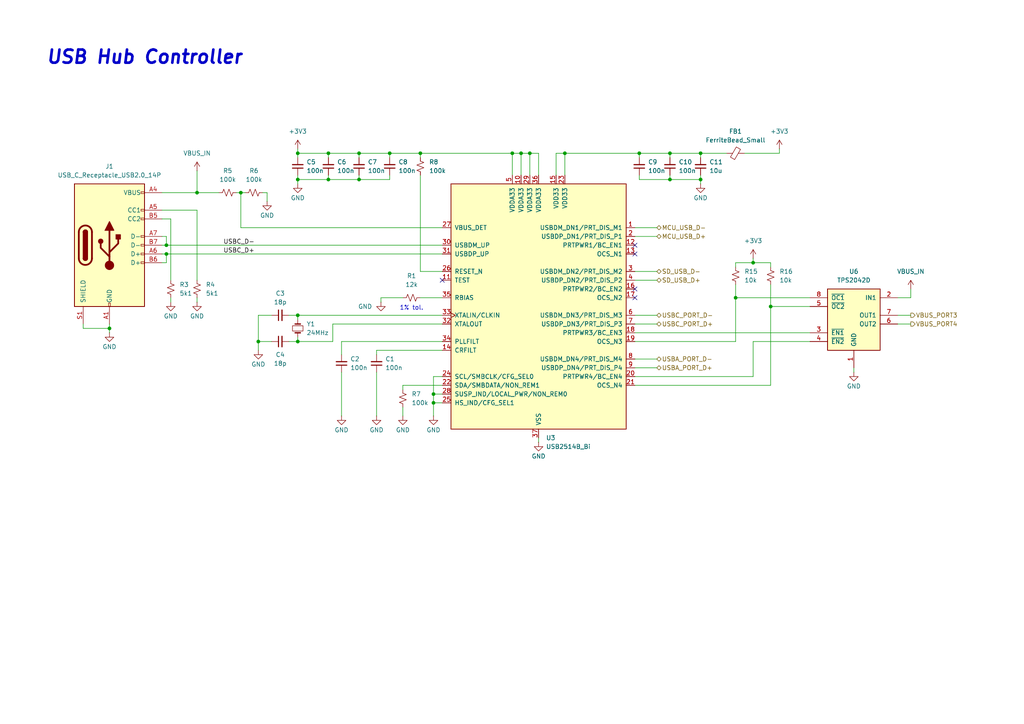
<source format=kicad_sch>
(kicad_sch (version 20250114) (generator "eeschema") (generator_version "9.0")
  (paper "A4")
  (title_block (title "Bluetooth Keypad and USB Hub") (date "2025-12-13") (rev "0") (company "B. Kuhn"))
  (lib_symbols
    (symbol "Connector:USB_C_Receptacle_USB2.0_14P" (pin_names (offset 1.016))
      (property "Reference" "J" (at 0 22.225 0))
      (property "Value" "USB_C_Receptacle_USB2.0_14P" (at 0 19.685 0))
      (symbol "USB_C_Receptacle_USB2.0_14P_0_0"
        (rectangle (start -0.254 -17.78) (end 0.254 -16.764))
        (rectangle (start 10.16 15.494) (end 9.144 14.986))
        (rectangle (start 10.16 10.414) (end 9.144 9.906))
        (rectangle (start 10.16 7.874) (end 9.144 7.366))
        (rectangle (start 10.16 2.794) (end 9.144 2.286))
        (rectangle (start 10.16 0.254) (end 9.144 -0.254))
        (rectangle (start 10.16 -2.286) (end 9.144 -2.794))
        (rectangle (start 10.16 -4.826) (end 9.144 -5.334))
      )
      (symbol "USB_C_Receptacle_USB2.0_14P_0_1"
        (rectangle (start -10.16 17.78) (end 10.16 -17.78) (stroke (width 0.254)) (fill (type background)))
        (polyline (pts (xy -8.89 -3.81) (xy -8.89 3.81)) (stroke (width 0.508)))
        (rectangle (start -7.62 -3.81) (end -6.35 3.81) (stroke (width 0.254)) (fill (type outline)))
        (arc (start -7.62 3.81) (mid -6.985 4.4423) (end -6.35 3.81) (stroke (width 0.254)))
        (arc (start -7.62 3.81) (mid -6.985 4.4423) (end -6.35 3.81) (stroke (width 0.254)) (fill (type outline)))
        (arc (start -8.89 3.81) (mid -6.985 5.7067) (end -5.08 3.81) (stroke (width 0.508)))
        (arc (start -5.08 -3.81) (mid -6.985 -5.7067) (end -8.89 -3.81) (stroke (width 0.508)))
        (arc (start -6.35 -3.81) (mid -6.985 -4.4423) (end -7.62 -3.81) (stroke (width 0.254)))
        (arc (start -6.35 -3.81) (mid -6.985 -4.4423) (end -7.62 -3.81) (stroke (width 0.254)) (fill (type outline)))
        (polyline (pts (xy -5.08 3.81) (xy -5.08 -3.81)) (stroke (width 0.508)))
        (circle (center -2.54 1.143) (radius 0.635) (stroke (width 0.254)) (fill (type outline)))
        (polyline (pts (xy -1.27 4.318) (xy 0 6.858) (xy 1.27 4.318) (xy -1.27 4.318)) (stroke (width 0.254)) (fill (type outline)))
        (polyline (pts (xy 0 -2.032) (xy 2.54 0.508) (xy 2.54 1.778)) (stroke (width 0.508)))
        (polyline (pts (xy 0 -3.302) (xy -2.54 -0.762) (xy -2.54 0.508)) (stroke (width 0.508)))
        (polyline (pts (xy 0 -5.842) (xy 0 4.318)) (stroke (width 0.508)))
        (circle (center 0 -5.842) (radius 1.27) (fill (type outline)))
        (rectangle (start 1.905 1.778) (end 3.175 3.048) (stroke (width 0.254)) (fill (type outline)))
      )
      (symbol "USB_C_Receptacle_USB2.0_14P_1_1"
        (pin passive line (at -7.62 -22.86 90) (length 5.08) (name "SHIELD") (number "S1"))
        (pin passive line (at 0 -22.86 90) (length 5.08) (name "GND") (number "A1"))
        (pin passive line (at 0 -22.86 90) (length 5.08) (hide yes) (name "GND") (number "A12"))
        (pin passive line (at 0 -22.86 90) (length 5.08) (hide yes) (name "GND") (number "B1"))
        (pin passive line (at 0 -22.86 90) (length 5.08) (hide yes) (name "GND") (number "B12"))
        (pin passive line (at 15.24 15.24 180) (length 5.08) (name "VBUS") (number "A4"))
        (pin passive line (at 15.24 15.24 180) (length 5.08) (hide yes) (name "VBUS") (number "A9"))
        (pin passive line (at 15.24 15.24 180) (length 5.08) (hide yes) (name "VBUS") (number "B4"))
        (pin passive line (at 15.24 15.24 180) (length 5.08) (hide yes) (name "VBUS") (number "B9"))
        (pin bidirectional line (at 15.24 10.16 180) (length 5.08) (name "CC1") (number "A5"))
        (pin bidirectional line (at 15.24 7.62 180) (length 5.08) (name "CC2") (number "B5"))
        (pin bidirectional line (at 15.24 2.54 180) (length 5.08) (name "D-") (number "A7"))
        (pin bidirectional line (at 15.24 0 180) (length 5.08) (name "D-") (number "B7"))
        (pin bidirectional line (at 15.24 -2.54 180) (length 5.08) (name "D+") (number "A6"))
        (pin bidirectional line (at 15.24 -5.08 180) (length 5.08) (name "D+") (number "B6"))
      )
    )
    (symbol "Device:C_Small" (pin_numbers (hide yes)) (pin_names (offset 0.254) (hide yes))
      (property "Reference" "C" (at 0.254 1.778 0))
      (property "Value" "C_Small" (at 0.254 -2.032 0))
      (symbol "C_Small_0_1"
        (polyline (pts (xy -1.524 0.508) (xy 1.524 0.508)) (stroke (width 0.3048)))
        (polyline (pts (xy -1.524 -0.508) (xy 1.524 -0.508)) (stroke (width 0.3302)))
      )
      (symbol "C_Small_1_1"
        (pin passive line (at 0 2.54 270) (length 2.032) (name "~") (number "1"))
        (pin passive line (at 0 -2.54 90) (length 2.032) (name "~") (number "2"))
      )
    )
    (symbol "Device:Crystal_Small" (pin_numbers (hide yes)) (pin_names (offset 1.016) (hide yes))
      (property "Reference" "Y" (at 0 2.54 0))
      (property "Value" "Crystal_Small" (at 0 -2.54 0))
      (symbol "Crystal_Small_0_1"
        (polyline (pts (xy -1.27 -0.762) (xy -1.27 0.762)) (stroke (width 0.381)))
        (rectangle (start -0.762 -1.524) (end 0.762 1.524))
        (polyline (pts (xy 1.27 -0.762) (xy 1.27 0.762)) (stroke (width 0.381)))
      )
      (symbol "Crystal_Small_1_1"
        (pin passive line (at -2.54 0 0) (length 1.27) (name "1") (number "1"))
        (pin passive line (at 2.54 0 180) (length 1.27) (name "2") (number "2"))
      )
    )
    (symbol "Device:FerriteBead_Small" (pin_numbers (hide yes)) (pin_names (offset 0))
      (property "Reference" "FB" (at 1.905 1.27 0))
      (property "Value" "FerriteBead_Small" (at 1.905 -1.27 0))
      (symbol "FerriteBead_Small_0_1"
        (polyline (pts (xy -1.8288 0.2794) (xy -1.1176 1.4986) (xy 1.8288 -0.2032) (xy 1.1176 -1.4224) (xy -1.8288 0.2794)))
        (polyline (pts (xy 0 0.889) (xy 0 1.2954)))
        (polyline (pts (xy 0 -1.27) (xy 0 -0.7874)))
      )
      (symbol "FerriteBead_Small_1_1"
        (pin passive line (at 0 2.54 270) (length 1.27) (name "~") (number "1"))
        (pin passive line (at 0 -2.54 90) (length 1.27) (name "~") (number "2"))
      )
    )
    (symbol "Device:R_Small_US" (pin_numbers (hide yes)) (pin_names (offset 0.254) (hide yes))
      (property "Reference" "R" (at 0.762 0.508 0))
      (property "Value" "R_Small_US" (at 0.762 -1.016 0))
      (symbol "R_Small_US_1_1"
        (polyline (pts (xy 0 1.524) (xy 1.016 1.143) (xy 0 0.762) (xy -1.016 0.381) (xy 0 0)))
        (polyline (pts (xy 0 0) (xy 1.016 -0.381) (xy 0 -0.762) (xy -1.016 -1.143) (xy 0 -1.524)))
        (pin passive line (at 0 2.54 270) (length 1.016) (name "~") (number "1"))
        (pin passive line (at 0 -2.54 90) (length 1.016) (name "~") (number "2"))
      )
    )
    (symbol "Interface_USB:USB2514B_Bi" (pin_names (offset 1.016))
      (property "Reference" "U" (at -17.78 40.64 0))
      (property "Value" "USB2514B_Bi" (at -20.32 38.1 0))
      (symbol "USB2514B_Bi_0_1"
        (rectangle (start -25.4 35.56) (end 25.4 -35.56) (stroke (width 0.254)) (fill (type background)))
      )
      (symbol "USB2514B_Bi_1_1"
        (pin input line (at -27.94 22.86 0) (length 2.54) (name "VBUS_DET") (number "27"))
        (pin bidirectional line (at -27.94 17.78 0) (length 2.54) (name "USBDM_UP") (number "30"))
        (pin bidirectional line (at -27.94 15.24 0) (length 2.54) (name "USBDP_UP") (number "31"))
        (pin input line (at -27.94 10.16 0) (length 2.54) (name "RESET_N") (number "26"))
        (pin input line (at -27.94 7.62 0) (length 2.54) (name "TEST") (number "11"))
        (pin input line (at -27.94 2.54 0) (length 2.54) (name "RBIAS") (number "35"))
        (pin input clock (at -27.94 -2.54 0) (length 2.54) (name "XTALIN/CLKIN") (number "33"))
        (pin output line (at -27.94 -5.08 0) (length 2.54) (name "XTALOUT") (number "32"))
        (pin input line (at -27.94 -10.16 0) (length 2.54) (name "PLLFILT") (number "34"))
        (pin input line (at -27.94 -12.7 0) (length 2.54) (name "CRFILT") (number "14"))
        (pin bidirectional line (at -27.94 -20.32 0) (length 2.54) (name "SCL/SMBCLK/CFG_SEL0") (number "24"))
        (pin bidirectional line (at -27.94 -22.86 0) (length 2.54) (name "SDA/SMBDATA/NON_REM1") (number "22"))
        (pin bidirectional line (at -27.94 -25.4 0) (length 2.54) (name "SUSP_IND/LOCAL_PWR/NON_REM0") (number "28"))
        (pin bidirectional line (at -27.94 -27.94 0) (length 2.54) (name "HS_IND/CFG_SEL1") (number "25"))
        (pin power_in line (at -7.62 38.1 270) (length 2.54) (name "VDDA33") (number "5"))
        (pin power_in line (at -5.08 38.1 270) (length 2.54) (name "VDDA33") (number "10"))
        (pin power_in line (at -2.54 38.1 270) (length 2.54) (name "VDDA33") (number "29"))
        (pin power_in line (at 0 38.1 270) (length 2.54) (name "VDDA33") (number "36"))
        (pin power_in line (at 0 -38.1 90) (length 2.54) (name "VSS") (number "37"))
        (pin power_in line (at 5.08 38.1 270) (length 2.54) (name "VDD33") (number "15"))
        (pin power_in line (at 7.62 38.1 270) (length 2.54) (name "VDD33") (number "23"))
        (pin bidirectional line (at 27.94 22.86 180) (length 2.54) (name "USBDM_DN1/PRT_DIS_M1") (number "1"))
        (pin bidirectional line (at 27.94 20.32 180) (length 2.54) (name "USBDP_DN1/PRT_DIS_P1") (number "2"))
        (pin bidirectional line (at 27.94 17.78 180) (length 2.54) (name "PRTPWR1/BC_EN1") (number "12"))
        (pin input line (at 27.94 15.24 180) (length 2.54) (name "OCS_N1") (number "13"))
        (pin bidirectional line (at 27.94 10.16 180) (length 2.54) (name "USBDM_DN2/PRT_DIS_M2") (number "3"))
        (pin bidirectional line (at 27.94 7.62 180) (length 2.54) (name "USBDP_DN2/PRT_DIS_P2") (number "4"))
        (pin bidirectional line (at 27.94 5.08 180) (length 2.54) (name "PRTPWR2/BC_EN2") (number "16"))
        (pin input line (at 27.94 2.54 180) (length 2.54) (name "OCS_N2") (number "17"))
        (pin bidirectional line (at 27.94 -2.54 180) (length 2.54) (name "USBDM_DN3/PRT_DIS_M3") (number "6"))
        (pin bidirectional line (at 27.94 -5.08 180) (length 2.54) (name "USBDP_DN3/PRT_DIS_P3") (number "7"))
        (pin bidirectional line (at 27.94 -7.62 180) (length 2.54) (name "PRTPWR3/BC_EN3") (number "18"))
        (pin input line (at 27.94 -10.16 180) (length 2.54) (name "OCS_N3") (number "19"))
        (pin bidirectional line (at 27.94 -15.24 180) (length 2.54) (name "USBDM_DN4/PRT_DIS_M4") (number "8"))
        (pin bidirectional line (at 27.94 -17.78 180) (length 2.54) (name "USBDP_DN4/PRT_DIS_P4") (number "9"))
        (pin bidirectional line (at 27.94 -20.32 180) (length 2.54) (name "PRTPWR4/BC_EN4") (number "20"))
        (pin input line (at 27.94 -22.86 180) (length 2.54) (name "OCS_N4") (number "21"))
      )
    )
    (symbol "Power_Management:TPS2042D" (pin_names (offset 1.016))
      (property "Reference" "U" (at 0 10.795 0))
      (property "Value" "TPS2042D" (at 0 8.89 0))
      (symbol "TPS2042D_0_1"
        (rectangle (start -7.62 7.62) (end 7.62 -10.16) (stroke (width 0.254)) (fill (type background)))
      )
      (symbol "TPS2042D_1_1"
        (pin open_collector line (at -12.7 5.08 0) (length 5.08) (name "~{OC1}") (number "8"))
        (pin open_collector line (at -12.7 2.54 0) (length 5.08) (name "~{OC2}") (number "5"))
        (pin input line (at -12.7 -5.08 0) (length 5.08) (name "~{EN1}") (number "3"))
        (pin input line (at -12.7 -7.62 0) (length 5.08) (name "~{EN2}") (number "4"))
        (pin power_in line (at 0 -15.24 90) (length 5.08) (name "GND") (number "1"))
        (pin power_in line (at 12.7 5.08 180) (length 5.08) (name "IN1") (number "2"))
        (pin power_out line (at 12.7 0 180) (length 5.08) (name "OUT1") (number "7"))
        (pin power_out line (at 12.7 -2.54 180) (length 5.08) (name "OUT2") (number "6"))
      )
    )
    (symbol "power:+3V3" (power) (pin_numbers (hide yes)) (pin_names (offset 0) (hide yes))
      (property "Value" "+3V3" (at 0 3.556 0))
      (symbol "+3V3_0_1"
        (polyline (pts (xy -0.762 1.27) (xy 0 2.54)))
        (polyline (pts (xy 0 2.54) (xy 0.762 1.27)))
        (polyline (pts (xy 0 0) (xy 0 2.54)))
      )
      (symbol "+3V3_1_1"
        (pin power_in line (at 0 0 90) (length 0) (name "~") (number "1"))
      )
    )
    (symbol "power:GND" (power) (pin_numbers (hide yes)) (pin_names (offset 0) (hide yes))
      (property "Value" "GND" (at 0 -3.81 0))
      (symbol "GND_0_1"
        (polyline (pts (xy 0 0) (xy 0 -1.27) (xy 1.27 -1.27) (xy 0 -2.54) (xy -1.27 -1.27) (xy 0 -1.27)))
      )
      (symbol "GND_1_1"
        (pin power_in line (at 0 0 270) (length 0) (name "~") (number "1"))
      )
    )
    (symbol "power:VBUS" (power) (pin_numbers (hide yes)) (pin_names (offset 0) (hide yes))
      (property "Value" "VBUS" (at 0 3.556 0))
      (symbol "VBUS_0_1"
        (polyline (pts (xy -0.762 1.27) (xy 0 2.54)))
        (polyline (pts (xy 0 2.54) (xy 0.762 1.27)))
        (polyline (pts (xy 0 0) (xy 0 2.54)))
      )
      (symbol "VBUS_1_1"
        (pin power_in line (at 0 0 90) (length 0) (name "~") (number "1"))
      )
    )
  )
  (text "USB Hub Controller" (at 13.208 14.478 0) (effects (font (size 3.81 3.81) (thickness 0.762) (bold yes) (italic yes)) (justify left top)))
  (text "1% tol." (at 119.38 89.408 0) (effects (font (size 1.27 1.27))))
  (junction (at 213.36 86.36))
  (junction (at 86.36 91.44))
  (junction (at 57.15 55.88))
  (junction (at 86.36 99.06))
  (junction (at 31.75 95.25))
  (junction (at 125.73 116.84))
  (junction (at 69.85 55.88))
  (junction (at 163.83 44.45))
  (junction (at 203.2 52.07))
  (junction (at 125.73 114.3))
  (junction (at 86.36 52.07))
  (junction (at 185.42 44.45))
  (junction (at 194.31 52.07))
  (junction (at 194.31 44.45))
  (junction (at 223.52 88.9))
  (junction (at 153.67 44.45))
  (junction (at 113.03 44.45))
  (junction (at 104.14 44.45))
  (junction (at 48.26 73.66))
  (junction (at 86.36 44.45))
  (junction (at 203.2 44.45))
  (junction (at 95.25 52.07))
  (junction (at 95.25 44.45))
  (junction (at 148.59 44.45))
  (junction (at 104.14 52.07))
  (junction (at 121.92 44.45))
  (junction (at 48.26 71.12))
  (junction (at 218.44 76.2))
  (junction (at 74.93 99.06))
  (junction (at 151.13 44.45))
  (no_connect (at 184.15 83.82))
  (no_connect (at 184.15 86.36))
  (no_connect (at 128.27 81.28))
  (no_connect (at 184.15 73.66))
  (no_connect (at 184.15 71.12))
  (wire (pts (xy 184.15 99.06) (xy 213.36 99.06)))
  (wire (pts (xy 260.35 93.98) (xy 264.16 93.98)))
  (wire (pts (xy 86.36 43.18) (xy 86.36 44.45)))
  (wire (pts (xy 223.52 77.47) (xy 223.52 76.2)))
  (wire (pts (xy 151.13 44.45) (xy 151.13 50.8)))
  (wire (pts (xy 49.53 86.36) (xy 49.53 87.63)))
  (wire (pts (xy 68.58 55.88) (xy 69.85 55.88)))
  (wire (pts (xy 128.27 114.3) (xy 125.73 114.3)))
  (wire (pts (xy 83.82 99.06) (xy 86.36 99.06)))
  (wire (pts (xy 203.2 50.8) (xy 203.2 52.07)))
  (wire (pts (xy 128.27 93.98) (xy 96.52 93.98)))
  (wire (pts (xy 185.42 52.07) (xy 194.31 52.07)))
  (wire (pts (xy 95.25 50.8) (xy 95.25 52.07)))
  (wire (pts (xy 156.21 44.45) (xy 156.21 50.8)))
  (wire (pts (xy 86.36 44.45) (xy 95.25 44.45)))
  (wire (pts (xy 74.93 99.06) (xy 74.93 101.6)))
  (wire (pts (xy 184.15 81.28) (xy 190.5 81.28)))
  (wire (pts (xy 153.67 44.45) (xy 153.67 50.8)))
  (wire (pts (xy 116.84 86.36) (xy 110.49 86.36)))
  (wire (pts (xy 218.44 76.2) (xy 223.52 76.2)))
  (wire (pts (xy 57.15 49.53) (xy 57.15 55.88)))
  (wire (pts (xy 184.15 68.58) (xy 190.5 68.58)))
  (wire (pts (xy 95.25 52.07) (xy 104.14 52.07)))
  (wire (pts (xy 218.44 109.22) (xy 218.44 99.06)))
  (wire (pts (xy 69.85 55.88) (xy 69.85 66.04)))
  (wire (pts (xy 116.84 118.11) (xy 116.84 120.65)))
  (wire (pts (xy 213.36 76.2) (xy 213.36 77.47)))
  (wire (pts (xy 184.15 111.76) (xy 223.52 111.76)))
  (wire (pts (xy 77.47 55.88) (xy 77.47 58.42)))
  (wire (pts (xy 223.52 111.76) (xy 223.52 88.9)))
  (wire (pts (xy 49.53 63.5) (xy 49.53 81.28)))
  (wire (pts (xy 125.73 116.84) (xy 128.27 116.84)))
  (wire (pts (xy 153.67 44.45) (xy 151.13 44.45)))
  (wire (pts (xy 194.31 44.45) (xy 203.2 44.45)))
  (wire (pts (xy 57.15 55.88) (xy 63.5 55.88)))
  (wire (pts (xy 194.31 52.07) (xy 203.2 52.07)))
  (wire (pts (xy 86.36 52.07) (xy 86.36 53.34)))
  (wire (pts (xy 96.52 93.98) (xy 96.52 99.06)))
  (wire (pts (xy 223.52 88.9) (xy 234.95 88.9)))
  (wire (pts (xy 104.14 44.45) (xy 104.14 45.72)))
  (wire (pts (xy 218.44 99.06) (xy 234.95 99.06)))
  (wire (pts (xy 121.92 50.8) (xy 121.92 78.74)))
  (wire (pts (xy 184.15 93.98) (xy 190.5 93.98)))
  (wire (pts (xy 264.16 83.82) (xy 264.16 86.36)))
  (wire (pts (xy 121.92 44.45) (xy 121.92 45.72)))
  (wire (pts (xy 31.75 93.98) (xy 31.75 95.25)))
  (wire (pts (xy 109.22 107.95) (xy 109.22 120.65)))
  (wire (pts (xy 213.36 82.55) (xy 213.36 86.36)))
  (wire (pts (xy 48.26 73.66) (xy 128.27 73.66)))
  (wire (pts (xy 46.99 76.2) (xy 48.26 76.2)))
  (wire (pts (xy 184.15 104.14) (xy 190.5 104.14)))
  (wire (pts (xy 110.49 86.36) (xy 110.49 87.63)))
  (wire (pts (xy 163.83 44.45) (xy 163.83 50.8)))
  (wire (pts (xy 69.85 66.04) (xy 128.27 66.04)))
  (wire (pts (xy 184.15 109.22) (xy 218.44 109.22)))
  (wire (pts (xy 78.74 91.44) (xy 74.93 91.44)))
  (wire (pts (xy 95.25 44.45) (xy 104.14 44.45)))
  (wire (pts (xy 151.13 44.45) (xy 148.59 44.45)))
  (wire (pts (xy 184.15 106.68) (xy 190.5 106.68)))
  (wire (pts (xy 260.35 91.44) (xy 264.16 91.44)))
  (wire (pts (xy 99.06 107.95) (xy 99.06 120.65)))
  (wire (pts (xy 31.75 95.25) (xy 31.75 96.52)))
  (wire (pts (xy 48.26 68.58) (xy 48.26 71.12)))
  (wire (pts (xy 104.14 44.45) (xy 113.03 44.45)))
  (wire (pts (xy 194.31 50.8) (xy 194.31 52.07)))
  (wire (pts (xy 86.36 52.07) (xy 95.25 52.07)))
  (wire (pts (xy 194.31 44.45) (xy 194.31 45.72)))
  (wire (pts (xy 57.15 60.96) (xy 57.15 81.28)))
  (wire (pts (xy 104.14 50.8) (xy 104.14 52.07)))
  (wire (pts (xy 213.36 99.06) (xy 213.36 86.36)))
  (wire (pts (xy 128.27 109.22) (xy 125.73 109.22)))
  (wire (pts (xy 185.42 44.45) (xy 185.42 45.72)))
  (wire (pts (xy 57.15 86.36) (xy 57.15 87.63)))
  (wire (pts (xy 74.93 91.44) (xy 74.93 99.06)))
  (wire (pts (xy 125.73 114.3) (xy 125.73 116.84)))
  (wire (pts (xy 24.13 93.98) (xy 24.13 95.25)))
  (wire (pts (xy 109.22 101.6) (xy 128.27 101.6)))
  (wire (pts (xy 113.03 44.45) (xy 113.03 45.72)))
  (wire (pts (xy 184.15 96.52) (xy 234.95 96.52)))
  (wire (pts (xy 218.44 76.2) (xy 213.36 76.2)))
  (wire (pts (xy 184.15 78.74) (xy 190.5 78.74)))
  (wire (pts (xy 86.36 99.06) (xy 96.52 99.06)))
  (wire (pts (xy 218.44 74.93) (xy 218.44 76.2)))
  (wire (pts (xy 156.21 44.45) (xy 153.67 44.45)))
  (wire (pts (xy 203.2 44.45) (xy 210.82 44.45)))
  (wire (pts (xy 57.15 60.96) (xy 46.99 60.96)))
  (wire (pts (xy 185.42 50.8) (xy 185.42 52.07)))
  (wire (pts (xy 264.16 86.36) (xy 260.35 86.36)))
  (wire (pts (xy 76.2 55.88) (xy 77.47 55.88)))
  (wire (pts (xy 86.36 50.8) (xy 86.36 52.07)))
  (wire (pts (xy 86.36 97.79) (xy 86.36 99.06)))
  (wire (pts (xy 48.26 71.12) (xy 128.27 71.12)))
  (wire (pts (xy 184.15 66.04) (xy 190.5 66.04)))
  (wire (pts (xy 125.73 116.84) (xy 125.73 120.65)))
  (wire (pts (xy 99.06 99.06) (xy 99.06 102.87)))
  (wire (pts (xy 121.92 78.74) (xy 128.27 78.74)))
  (wire (pts (xy 113.03 50.8) (xy 113.03 52.07)))
  (wire (pts (xy 215.9 44.45) (xy 226.06 44.45)))
  (wire (pts (xy 163.83 44.45) (xy 185.42 44.45)))
  (wire (pts (xy 69.85 55.88) (xy 71.12 55.88)))
  (wire (pts (xy 121.92 44.45) (xy 148.59 44.45)))
  (wire (pts (xy 113.03 44.45) (xy 121.92 44.45)))
  (wire (pts (xy 109.22 101.6) (xy 109.22 102.87)))
  (wire (pts (xy 83.82 91.44) (xy 86.36 91.44)))
  (wire (pts (xy 86.36 91.44) (xy 86.36 92.71)))
  (wire (pts (xy 226.06 43.18) (xy 226.06 44.45)))
  (wire (pts (xy 161.29 44.45) (xy 163.83 44.45)))
  (wire (pts (xy 46.99 68.58) (xy 48.26 68.58)))
  (wire (pts (xy 223.52 82.55) (xy 223.52 88.9)))
  (wire (pts (xy 24.13 95.25) (xy 31.75 95.25)))
  (wire (pts (xy 46.99 55.88) (xy 57.15 55.88)))
  (wire (pts (xy 128.27 111.76) (xy 116.84 111.76)))
  (wire (pts (xy 185.42 44.45) (xy 194.31 44.45)))
  (wire (pts (xy 46.99 73.66) (xy 48.26 73.66)))
  (wire (pts (xy 128.27 86.36) (xy 121.92 86.36)))
  (wire (pts (xy 148.59 44.45) (xy 148.59 50.8)))
  (wire (pts (xy 128.27 91.44) (xy 86.36 91.44)))
  (wire (pts (xy 86.36 45.72) (xy 86.36 44.45)))
  (wire (pts (xy 104.14 52.07) (xy 113.03 52.07)))
  (wire (pts (xy 95.25 44.45) (xy 95.25 45.72)))
  (wire (pts (xy 203.2 52.07) (xy 203.2 53.34)))
  (wire (pts (xy 184.15 91.44) (xy 190.5 91.44)))
  (wire (pts (xy 213.36 86.36) (xy 234.95 86.36)))
  (wire (pts (xy 99.06 99.06) (xy 128.27 99.06)))
  (wire (pts (xy 203.2 45.72) (xy 203.2 44.45)))
  (wire (pts (xy 125.73 109.22) (xy 125.73 114.3)))
  (wire (pts (xy 49.53 63.5) (xy 46.99 63.5)))
  (wire (pts (xy 46.99 71.12) (xy 48.26 71.12)))
  (wire (pts (xy 161.29 50.8) (xy 161.29 44.45)))
  (wire (pts (xy 48.26 76.2) (xy 48.26 73.66)))
  (wire (pts (xy 74.93 99.06) (xy 78.74 99.06)))
  (wire (pts (xy 116.84 111.76) (xy 116.84 113.03)))
  (wire (pts (xy 156.21 127) (xy 156.21 128.27)))
  (wire (pts (xy 247.65 106.68) (xy 247.65 107.95)))
  (label "USBC_D-" (at 64.77 71.12 0))
  (label "USBC_D+" (at 64.77 73.66 0))
  (hierarchical_label "MCU_USB_D+" (shape bidirectional) (at 190.5 68.58 0))
  (hierarchical_label "MCU_USB_D-" (shape bidirectional) (at 190.5 66.04 0))
  (hierarchical_label "SD_USB_D+" (shape bidirectional) (at 190.5 81.28 0))
  (hierarchical_label "USBC_PORT_D-" (shape bidirectional) (at 190.5 91.44 0))
  (hierarchical_label "VBUS_PORT3" (shape output) (at 264.16 91.44 0))
  (hierarchical_label "USBA_PORT_D-" (shape bidirectional) (at 190.5 104.14 0))
  (hierarchical_label "USBA_PORT_D+" (shape bidirectional) (at 190.5 106.68 0))
  (hierarchical_label "USBC_PORT_D+" (shape bidirectional) (at 190.5 93.98 0))
  (hierarchical_label "VBUS_PORT4" (shape output) (at 264.16 93.98 0))
  (hierarchical_label "SD_USB_D-" (shape bidirectional) (at 190.5 78.74 0))
  (symbol (lib_id "power:GND") (at 116.84 120.65 0) (unit 1)
    (property "Reference" "#PWR011" (effects (hide yes)))
    (property "Value" "GND" (at 116.84 124.714 0))
    (property "Description" "Power symbol creates a global label with name \"GND\" , ground" (effects (hide yes)))
  )
  (symbol (lib_id "power:GND") (at 203.2 53.34 0) (unit 1)
    (property "Reference" "#PWR016" (effects (hide yes)))
    (property "Value" "GND" (at 203.2 57.404 0))
    (property "Description" "Power symbol creates a global label with name \"GND\" , ground" (effects (hide yes)))
  )
  (symbol (lib_id "power:VBUS") (at 264.16 83.82 0) (unit 1)
    (property "Reference" "#PWR026" (effects (hide yes)))
    (property "Value" "VBUS_IN" (at 264.16 78.74 0))
    (property "Description" "Power symbol creates a global label with name \"VBUS\"" (effects (hide yes)))
  )
  (symbol (lib_id "power:GND") (at 31.75 96.52 0) (unit 1)
    (property "Reference" "#PWR06" (effects (hide yes)))
    (property "Value" "GND" (at 31.75 100.584 0))
    (property "Description" "Power symbol creates a global label with name \"GND\" , ground" (effects (hide yes)))
  )
  (symbol (lib_id "power:+3V3") (at 226.06 43.18 0) (unit 1)
    (property "Reference" "#PWR013" (effects (hide yes)))
    (property "Value" "+3V3" (at 226.06 38.1 0))
    (property "Description" "Power symbol creates a global label with name \"+3V3\"" (effects (hide yes)))
  )
  (symbol (lib_id "power:GND") (at 49.53 87.63 0) (unit 1)
    (property "Reference" "#PWR07" (effects (hide yes)))
    (property "Value" "GND" (at 49.53 91.694 0))
    (property "Description" "Power symbol creates a global label with name \"GND\" , ground" (effects (hide yes)))
  )
  (symbol (lib_id "Device:C_Small") (at 104.14 48.26 180) (unit 1)
    (property "Reference" "C7" (at 106.68 46.9835 0) (effects (justify right)))
    (property "Value" "100n" (at 106.68 49.5235 0) (effects (justify right)))
    (property "Description" "Unpolarized capacitor, small symbol" (effects (hide yes)))
  )
  (symbol (lib_id "Device:R_Small_US") (at 49.53 83.82 180) (unit 1)
    (property "Reference" "R3" (at 52.07 82.5499 0) (effects (justify right)))
    (property "Value" "5k1" (at 52.07 85.0899 0) (effects (justify right)))
    (property "Description" "Resistor, small US symbol" (effects (hide yes)))
  )
  (symbol (lib_id "Device:C_Small") (at 109.22 105.41 180) (unit 1)
    (property "Reference" "C1" (at 111.76 104.1335 0) (effects (justify right)))
    (property "Value" "100n" (at 111.76 106.6735 0) (effects (justify right)))
    (property "Description" "Unpolarized capacitor, small symbol" (effects (hide yes)))
  )
  (symbol (lib_id "Device:R_Small_US") (at 213.36 80.01 180) (unit 1)
    (property "Reference" "R15" (at 215.9 78.7399 0) (effects (justify right)))
    (property "Value" "10k" (at 215.9 81.2799 0) (effects (justify right)))
    (property "Description" "Resistor, small US symbol" (effects (hide yes)))
  )
  (symbol (lib_id "Device:R_Small_US") (at 66.04 55.88 270) (unit 1)
    (property "Reference" "R5" (at 66.04 49.53 90))
    (property "Value" "100k" (at 66.04 52.07 90))
    (property "Description" "Resistor, small US symbol" (effects (hide yes)))
  )
  (symbol (lib_id "Device:R_Small_US") (at 73.66 55.88 270) (unit 1)
    (property "Reference" "R6" (at 73.66 49.53 90))
    (property "Value" "100k" (at 73.66 52.07 90))
    (property "Description" "Resistor, small US symbol" (effects (hide yes)))
  )
  (symbol (lib_id "power:GND") (at 110.49 87.63 0) (unit 1)
    (property "Reference" "#PWR04" (effects (hide yes)))
    (property "Value" "GND" (at 107.95 88.8999 0) (effects (justify right)))
    (property "Description" "Power symbol creates a global label with name \"GND\" , ground" (effects (hide yes)))
  )
  (symbol (lib_id "power:GND") (at 74.93 101.6 0) (unit 1)
    (property "Reference" "#PWR05" (effects (hide yes)))
    (property "Value" "GND" (at 74.93 105.664 0))
    (property "Description" "Power symbol creates a global label with name \"GND\" , ground" (effects (hide yes)))
  )
  (symbol (lib_id "Device:C_Small") (at 95.25 48.26 180) (unit 1)
    (property "Reference" "C6" (at 97.79 46.9835 0) (effects (justify right)))
    (property "Value" "100n" (at 97.79 49.5235 0) (effects (justify right)))
    (property "Description" "Unpolarized capacitor, small symbol" (effects (hide yes)))
  )
  (symbol (lib_id "power:VBUS") (at 57.15 49.53 0) (unit 1)
    (property "Reference" "#PWR010" (effects (hide yes)))
    (property "Value" "VBUS_IN" (at 57.15 44.45 0))
    (property "Description" "Power symbol creates a global label with name \"VBUS\"" (effects (hide yes)))
  )
  (symbol (lib_id "Device:C_Small") (at 194.31 48.26 180) (unit 1)
    (property "Reference" "C10" (at 196.85 46.9835 0) (effects (justify right)))
    (property "Value" "100n" (at 196.85 49.5235 0) (effects (justify right)))
    (property "Description" "Unpolarized capacitor, small symbol" (effects (hide yes)))
  )
  (symbol (lib_id "Device:Crystal_Small") (at 86.36 95.25 270) (unit 1)
    (property "Reference" "Y1" (at 88.9 93.9799 90) (effects (justify left)))
    (property "Value" "24MHz" (at 88.9 96.5199 90) (effects (justify left)))
    (property "Description" "Two pin crystal, small symbol" (effects (hide yes)))
  )
  (symbol (lib_id "Device:C_Small") (at 81.28 91.44 90) (unit 1)
    (property "Reference" "C3" (at 81.2863 85.09 90))
    (property "Value" "18p" (at 81.2863 87.63 90))
    (property "Description" "Unpolarized capacitor, small symbol" (effects (hide yes)))
  )
  (symbol (lib_id "Device:R_Small_US") (at 57.15 83.82 180) (unit 1)
    (property "Reference" "R4" (at 59.69 82.5499 0) (effects (justify right)))
    (property "Value" "5k1" (at 59.69 85.0899 0) (effects (justify right)))
    (property "Description" "Resistor, small US symbol" (effects (hide yes)))
  )
  (symbol (lib_id "Device:R_Small_US") (at 116.84 115.57 180) (unit 1)
    (property "Reference" "R7" (at 119.38 114.2999 0) (effects (justify right)))
    (property "Value" "100k" (at 119.38 116.8399 0) (effects (justify right)))
    (property "Description" "Resistor, small US symbol" (effects (hide yes)))
  )
  (symbol (lib_id "Device:C_Small") (at 185.42 48.26 180) (unit 1)
    (property "Reference" "C9" (at 187.96 46.9835 0) (effects (justify right)))
    (property "Value" "100n" (at 187.96 49.5235 0) (effects (justify right)))
    (property "Description" "Unpolarized capacitor, small symbol" (effects (hide yes)))
  )
  (symbol (lib_id "Device:C_Small") (at 99.06 105.41 180) (unit 1)
    (property "Reference" "C2" (at 101.6 104.1335 0) (effects (justify right)))
    (property "Value" "100n" (at 101.6 106.6735 0) (effects (justify right)))
    (property "Description" "Unpolarized capacitor, small symbol" (effects (hide yes)))
  )
  (symbol (lib_id "Device:R_Small_US") (at 121.92 48.26 0) (unit 1)
    (property "Reference" "R8" (at 124.46 46.9899 0) (effects (justify left)))
    (property "Value" "100k" (at 124.46 49.5299 0) (effects (justify left)))
    (property "Description" "Resistor, small US symbol" (effects (hide yes)))
  )
  (symbol (lib_id "power:GND") (at 77.47 58.42 0) (unit 1)
    (property "Reference" "#PWR09" (effects (hide yes)))
    (property "Value" "GND" (at 77.47 62.484 0))
    (property "Description" "Power symbol creates a global label with name \"GND\" , ground" (effects (hide yes)))
  )
  (symbol (lib_id "power:+3V3") (at 218.44 74.93 0) (unit 1)
    (property "Reference" "#PWR030" (effects (hide yes)))
    (property "Value" "+3V3" (at 218.44 69.85 0))
    (property "Description" "Power symbol creates a global label with name \"+3V3\"" (effects (hide yes)))
  )
  (symbol (lib_id "power:GND") (at 57.15 87.63 0) (unit 1)
    (property "Reference" "#PWR08" (effects (hide yes)))
    (property "Value" "GND" (at 57.15 91.694 0))
    (property "Description" "Power symbol creates a global label with name \"GND\" , ground" (effects (hide yes)))
  )
  (symbol (lib_id "power:GND") (at 99.06 120.65 0) (unit 1)
    (property "Reference" "#PWR02" (effects (hide yes)))
    (property "Value" "GND" (at 99.06 124.714 0))
    (property "Description" "Power symbol creates a global label with name \"GND\" , ground" (effects (hide yes)))
  )
  (symbol (lib_id "Device:C_Small") (at 203.2 48.26 180) (unit 1)
    (property "Reference" "C11" (at 205.74 46.9835 0) (effects (justify right)))
    (property "Value" "10u" (at 205.74 49.5235 0) (effects (justify right)))
    (property "Description" "Unpolarized capacitor, small symbol" (effects (hide yes)))
  )
  (symbol (lib_id "power:GND") (at 86.36 53.34 0) (unit 1)
    (property "Reference" "#PWR015" (effects (hide yes)))
    (property "Value" "GND" (at 86.36 57.404 0))
    (property "Description" "Power symbol creates a global label with name \"GND\" , ground" (effects (hide yes)))
  )
  (symbol (lib_id "Device:C_Small") (at 113.03 48.26 180) (unit 1)
    (property "Reference" "C8" (at 115.57 46.9835 0) (effects (justify right)))
    (property "Value" "100n" (at 115.57 49.5235 0) (effects (justify right)))
    (property "Description" "Unpolarized capacitor, small symbol" (effects (hide yes)))
  )
  (symbol (lib_id "Device:C_Small") (at 81.28 99.06 90) (unit 1)
    (property "Reference" "C4" (at 81.2863 102.87 90))
    (property "Value" "18p" (at 81.2863 105.41 90))
    (property "Description" "Unpolarized capacitor, small symbol" (effects (hide yes)))
  )
  (symbol (lib_id "power:GND") (at 247.65 107.95 0) (unit 1)
    (property "Reference" "#PWR017" (effects (hide yes)))
    (property "Value" "GND" (at 247.65 112.014 0))
    (property "Description" "Power symbol creates a global label with name \"GND\" , ground" (effects (hide yes)))
  )
  (symbol (lib_id "Interface_USB:USB2514B_Bi") (at 156.21 88.9 0) (unit 1)
    (property "Reference" "U3" (at 158.3533 127 0) (effects (justify left)))
    (property "Value" "USB2514B_Bi" (at 158.3533 129.54 0) (effects (justify left)))
    (property "Footprint" "Package_DFN_QFN:QFN-36-1EP_6x6mm_P0.5mm_EP3.7x3.7mm" (effects (hide yes)))
    (property "Datasheet" "http://ww1.microchip.com/downloads/en/DeviceDoc/00001692C.pdf" (effects (hide yes)))
    (property "Description" "USB 2.0 Hi-Speed Hub Controller" (effects (hide yes)))
  )
  (symbol (lib_id "Device:C_Small") (at 86.36 48.26 180) (unit 1)
    (property "Reference" "C5" (at 88.9 46.9835 0) (effects (justify right)))
    (property "Value" "100n" (at 88.9 49.5235 0) (effects (justify right)))
    (property "Description" "Unpolarized capacitor, small symbol" (effects (hide yes)))
  )
  (symbol (lib_id "power:GND") (at 156.21 128.27 0) (unit 1)
    (property "Reference" "#PWR03" (effects (hide yes)))
    (property "Value" "GND" (at 156.21 132.334 0))
    (property "Description" "Power symbol creates a global label with name \"GND\" , ground" (effects (hide yes)))
  )
  (symbol (lib_id "Device:R_Small_US") (at 223.52 80.01 180) (unit 1)
    (property "Reference" "R16" (at 226.06 78.7399 0) (effects (justify right)))
    (property "Value" "10k" (at 226.06 81.2799 0) (effects (justify right)))
    (property "Description" "Resistor, small US symbol" (effects (hide yes)))
  )
  (symbol (lib_id "Device:FerriteBead_Small") (at 213.36 44.45 90) (unit 1)
    (property "Reference" "FB1" (at 213.3219 38.1 90))
    (property "Value" "FerriteBead_Small" (at 213.3219 40.64 90))
    (property "Description" "Ferrite bead, small symbol" (effects (hide yes)))
  )
  (symbol (lib_id "power:+3V3") (at 86.36 43.18 0) (unit 1)
    (property "Reference" "#PWR014" (effects (hide yes)))
    (property "Value" "+3V3" (at 86.36 38.1 0))
    (property "Description" "Power symbol creates a global label with name \"+3V3\"" (effects (hide yes)))
  )
  (symbol (lib_id "Power_Management:TPS2042D") (at 247.65 91.44 0) (unit 1)
    (property "Reference" "U6" (at 247.65 78.74 0))
    (property "Value" "TPS2042D" (at 247.65 81.28 0))
    (property "Footprint" "Package_SO:SOIC-8_3.9x4.9mm_P1.27mm" (effects (hide yes)))
    (property "Datasheet" "http://www.ti.com/lit/ds/symlink/tps2042.pdf" (effects (hide yes)))
    (property "Description" "Dual power-distribution switcher" (effects (hide yes)))
  )
  (symbol (lib_id "power:GND") (at 125.73 120.65 0) (unit 1)
    (property "Reference" "#PWR012" (effects (hide yes)))
    (property "Value" "GND" (at 125.73 124.714 0))
    (property "Description" "Power symbol creates a global label with name \"GND\" , ground" (effects (hide yes)))
  )
  (symbol (lib_id "power:GND") (at 109.22 120.65 0) (unit 1)
    (property "Reference" "#PWR01" (effects (hide yes)))
    (property "Value" "GND" (at 109.22 124.714 0))
    (property "Description" "Power symbol creates a global label with name \"GND\" , ground" (effects (hide yes)))
  )
  (symbol (lib_id "Connector:USB_C_Receptacle_USB2.0_14P") (at 31.75 71.12 0) (unit 1)
    (property "Reference" "J1" (at 31.75 48.26 0))
    (property "Value" "USB_C_Receptacle_USB2.0_14P" (at 31.75 50.8 0))
    (property "Footprint" "Connector_USB:USB_C_Receptacle_GCT_USB4105-xx-A_16P_TopMnt_Horizontal" (effects (hide yes)))
    (property "Datasheet" "https://www.usb.org/sites/default/files/documents/usb_type-c.zip" (effects (hide yes)))
    (property "Description" "USB 2.0-only 14P Type-C Receptacle connector" (effects (hide yes)))
  )
  (symbol (lib_id "Device:R_Small_US") (at 119.38 86.36 90) (unit 1)
    (property "Reference" "R1" (at 119.38 80.01 90))
    (property "Value" "12k" (at 119.38 82.55 90))
    (property "Description" "Resistor, small US symbol" (effects (hide yes)))
  )
)
</source>
